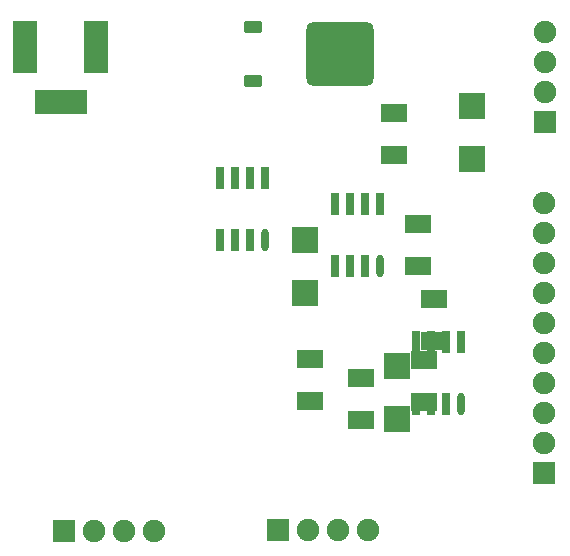
<source format=gbl>
G04 Layer_Physical_Order=2*
G04 Layer_Color=16711680*
%FSLAX24Y24*%
%MOIN*%
G70*
G01*
G75*
%ADD18R,0.0787X0.1772*%
%ADD19R,0.1772X0.0787*%
%ADD20C,0.0750*%
%ADD21R,0.0750X0.0750*%
%ADD22R,0.0750X0.0750*%
G04:AMPARAMS|DCode=23|XSize=216.5mil|YSize=224.4mil|CornerRadius=27.1mil|HoleSize=0mil|Usage=FLASHONLY|Rotation=90.000|XOffset=0mil|YOffset=0mil|HoleType=Round|Shape=RoundedRectangle|*
%AMROUNDEDRECTD23*
21,1,0.2165,0.1703,0,0,90.0*
21,1,0.1624,0.2244,0,0,90.0*
1,1,0.0541,0.0851,0.0812*
1,1,0.0541,0.0851,-0.0812*
1,1,0.0541,-0.0851,-0.0812*
1,1,0.0541,-0.0851,0.0812*
%
%ADD23ROUNDEDRECTD23*%
G04:AMPARAMS|DCode=24|XSize=39.4mil|YSize=63mil|CornerRadius=4.9mil|HoleSize=0mil|Usage=FLASHONLY|Rotation=90.000|XOffset=0mil|YOffset=0mil|HoleType=Round|Shape=RoundedRectangle|*
%AMROUNDEDRECTD24*
21,1,0.0394,0.0532,0,0,90.0*
21,1,0.0295,0.0630,0,0,90.0*
1,1,0.0098,0.0266,0.0148*
1,1,0.0098,0.0266,-0.0148*
1,1,0.0098,-0.0266,-0.0148*
1,1,0.0098,-0.0266,0.0148*
%
%ADD24ROUNDEDRECTD24*%
%ADD25R,0.0880X0.0620*%
%ADD26R,0.0250X0.0750*%
%ADD27O,0.0250X0.0750*%
%ADD28R,0.0906X0.0906*%
D18*
X10819Y28050D02*
D03*
X13181D02*
D03*
D19*
X12000Y26200D02*
D03*
D20*
X28150Y27550D02*
D03*
Y26550D02*
D03*
Y28550D02*
D03*
X21250Y11950D02*
D03*
X20250D02*
D03*
X22250D02*
D03*
X14100Y11900D02*
D03*
X13100D02*
D03*
X15100D02*
D03*
X28100Y22850D02*
D03*
Y15850D02*
D03*
Y18850D02*
D03*
Y14850D02*
D03*
Y20850D02*
D03*
Y19850D02*
D03*
Y16850D02*
D03*
Y17850D02*
D03*
Y21850D02*
D03*
D21*
X28150Y25550D02*
D03*
X28100Y13850D02*
D03*
D22*
X19250Y11950D02*
D03*
X12100Y11900D02*
D03*
D23*
X21307Y27800D02*
D03*
D24*
X18393Y28700D02*
D03*
X18393Y26900D02*
D03*
D25*
X23100Y24450D02*
D03*
Y25850D02*
D03*
X24450Y18250D02*
D03*
Y19650D02*
D03*
X24100Y16200D02*
D03*
Y17600D02*
D03*
X22000Y15600D02*
D03*
Y17000D02*
D03*
X20300Y16250D02*
D03*
Y17650D02*
D03*
X23900Y20750D02*
D03*
Y22150D02*
D03*
D26*
X17800Y21625D02*
D03*
X17300Y23675D02*
D03*
X18800D02*
D03*
X17800D02*
D03*
X17300Y21625D02*
D03*
X18300D02*
D03*
Y23675D02*
D03*
X24350Y16150D02*
D03*
X23850Y18200D02*
D03*
X25350D02*
D03*
X24350D02*
D03*
X23850Y16150D02*
D03*
X24850D02*
D03*
Y18200D02*
D03*
X21650Y20750D02*
D03*
X21150Y22800D02*
D03*
X22650D02*
D03*
X21650D02*
D03*
X21150Y20750D02*
D03*
X22150D02*
D03*
Y22800D02*
D03*
D27*
X18800Y21625D02*
D03*
X25350Y16150D02*
D03*
X22650Y20750D02*
D03*
D28*
X25700Y26072D02*
D03*
Y24300D02*
D03*
X23200Y17422D02*
D03*
Y15650D02*
D03*
X20150Y21622D02*
D03*
Y19850D02*
D03*
M02*

</source>
